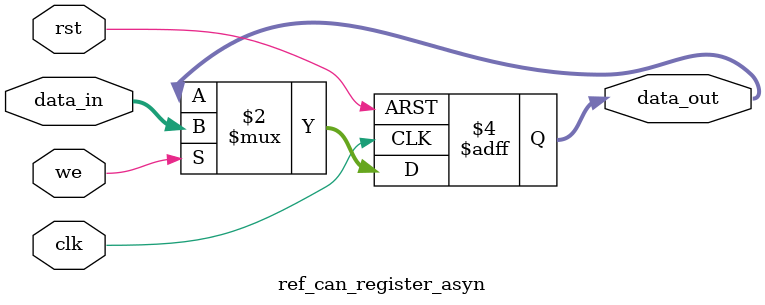
<source format=v>

`include "timescale.v"
// synopsys translate_on


module ref_can_register_asyn
( data_in,
  data_out,
  we,
  clk,
  rst
);

parameter WIDTH = 8; // default parameter of the register width
parameter RESET_VALUE = 0;

input [WIDTH-1:0] data_in;
input             we;
input             clk;
input             rst;

output [WIDTH-1:0] data_out;
reg    [WIDTH-1:0] data_out;



always @ (posedge clk or posedge rst)
begin
  if (rst)                            // asynchronous reset
    data_out<=#1 RESET_VALUE;
  else if (we)                        // write
    data_out<=#1 data_in;
end



endmodule

</source>
